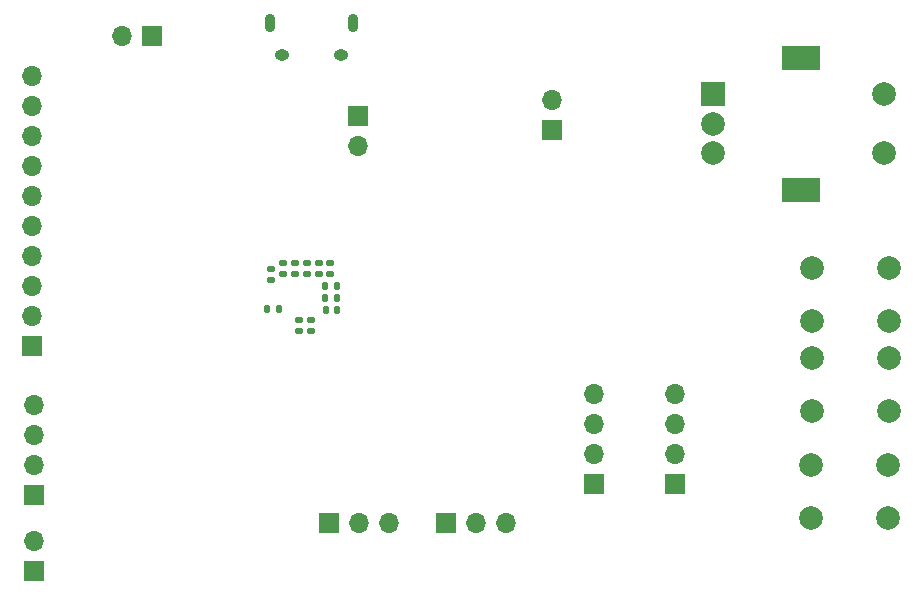
<source format=gbs>
G04 #@! TF.GenerationSoftware,KiCad,Pcbnew,6.0.6-3a73a75311~116~ubuntu20.04.1*
G04 #@! TF.CreationDate,2022-09-28T13:41:05-04:00*
G04 #@! TF.ProjectId,powerboard,706f7765-7262-46f6-9172-642e6b696361,rev?*
G04 #@! TF.SameCoordinates,Original*
G04 #@! TF.FileFunction,Soldermask,Bot*
G04 #@! TF.FilePolarity,Negative*
%FSLAX46Y46*%
G04 Gerber Fmt 4.6, Leading zero omitted, Abs format (unit mm)*
G04 Created by KiCad (PCBNEW 6.0.6-3a73a75311~116~ubuntu20.04.1) date 2022-09-28 13:41:05*
%MOMM*%
%LPD*%
G01*
G04 APERTURE LIST*
G04 Aperture macros list*
%AMRoundRect*
0 Rectangle with rounded corners*
0 $1 Rounding radius*
0 $2 $3 $4 $5 $6 $7 $8 $9 X,Y pos of 4 corners*
0 Add a 4 corners polygon primitive as box body*
4,1,4,$2,$3,$4,$5,$6,$7,$8,$9,$2,$3,0*
0 Add four circle primitives for the rounded corners*
1,1,$1+$1,$2,$3*
1,1,$1+$1,$4,$5*
1,1,$1+$1,$6,$7*
1,1,$1+$1,$8,$9*
0 Add four rect primitives between the rounded corners*
20,1,$1+$1,$2,$3,$4,$5,0*
20,1,$1+$1,$4,$5,$6,$7,0*
20,1,$1+$1,$6,$7,$8,$9,0*
20,1,$1+$1,$8,$9,$2,$3,0*%
G04 Aperture macros list end*
%ADD10C,2.000000*%
%ADD11R,1.700000X1.700000*%
%ADD12O,1.700000X1.700000*%
%ADD13O,0.890000X1.550000*%
%ADD14O,1.250000X0.950000*%
%ADD15R,2.000000X2.000000*%
%ADD16R,3.200000X2.000000*%
%ADD17RoundRect,0.140000X-0.170000X0.140000X-0.170000X-0.140000X0.170000X-0.140000X0.170000X0.140000X0*%
%ADD18RoundRect,0.140000X0.170000X-0.140000X0.170000X0.140000X-0.170000X0.140000X-0.170000X-0.140000X0*%
%ADD19RoundRect,0.140000X0.140000X0.170000X-0.140000X0.170000X-0.140000X-0.170000X0.140000X-0.170000X0*%
%ADD20RoundRect,0.140000X-0.140000X-0.170000X0.140000X-0.170000X0.140000X0.170000X-0.140000X0.170000X0*%
G04 APERTURE END LIST*
D10*
X125500200Y-37374000D03*
X119000200Y-37374000D03*
X125500200Y-41874000D03*
X119000200Y-41874000D03*
D11*
X87975200Y-58978800D03*
D12*
X90515200Y-58978800D03*
X93055200Y-58978800D03*
D13*
X80081000Y-16637000D03*
D14*
X74081000Y-19337000D03*
D13*
X73081000Y-16637000D03*
D14*
X79081000Y-19337000D03*
D10*
X125424000Y-54036400D03*
X118924000Y-54036400D03*
X125424000Y-58536400D03*
X118924000Y-58536400D03*
D11*
X107340400Y-55676800D03*
D12*
X107340400Y-53136800D03*
X107340400Y-50596800D03*
X107340400Y-48056800D03*
D11*
X78094600Y-58978800D03*
D12*
X80634600Y-58978800D03*
X83174600Y-58978800D03*
D11*
X100533600Y-55676800D03*
D12*
X100533600Y-53136800D03*
X100533600Y-50596800D03*
X100533600Y-48056800D03*
D11*
X63068200Y-17729200D03*
D12*
X60528200Y-17729200D03*
D15*
X110580600Y-22646000D03*
D10*
X110580600Y-27646000D03*
X110580600Y-25146000D03*
D16*
X118080600Y-30746000D03*
X118080600Y-19546000D03*
D10*
X125080600Y-27646000D03*
X125080600Y-22646000D03*
D11*
X53136800Y-56616600D03*
D12*
X53136800Y-54076600D03*
X53136800Y-51536600D03*
X53136800Y-48996600D03*
D11*
X96926400Y-25709800D03*
D12*
X96926400Y-23169800D03*
D11*
X53136800Y-62992000D03*
D12*
X53136800Y-60452000D03*
D10*
X125449400Y-44943200D03*
X118949400Y-44943200D03*
X118949400Y-49443200D03*
X125449400Y-49443200D03*
D11*
X80545750Y-24460200D03*
D12*
X80545750Y-27000200D03*
D11*
X52933600Y-43967400D03*
D12*
X52933600Y-41427400D03*
X52933600Y-38887400D03*
X52933600Y-36347400D03*
X52933600Y-33807400D03*
X52933600Y-31267400D03*
X52933600Y-28727400D03*
X52933600Y-26187400D03*
X52933600Y-23647400D03*
X52933600Y-21107400D03*
D17*
X76200000Y-36934200D03*
X76200000Y-37894200D03*
D18*
X76581000Y-42694800D03*
X76581000Y-41734800D03*
D19*
X78737400Y-39903400D03*
X77777400Y-39903400D03*
D17*
X73152000Y-37442200D03*
X73152000Y-38402200D03*
X74142600Y-36934200D03*
X74142600Y-37894200D03*
D20*
X72849800Y-40843200D03*
X73809800Y-40843200D03*
D17*
X78181200Y-36908800D03*
X78181200Y-37868800D03*
X75184000Y-36934200D03*
X75184000Y-37894200D03*
X77190600Y-36908800D03*
X77190600Y-37868800D03*
D19*
X78762800Y-40944800D03*
X77802800Y-40944800D03*
X78737400Y-38887400D03*
X77777400Y-38887400D03*
D18*
X75539600Y-42694800D03*
X75539600Y-41734800D03*
M02*

</source>
